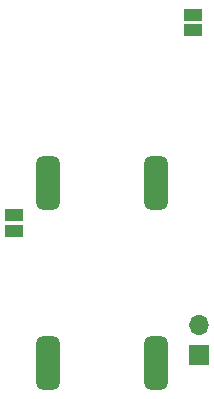
<source format=gbs>
%TF.GenerationSoftware,KiCad,Pcbnew,(6.0.0)*%
%TF.CreationDate,2022-02-01T12:30:33+01:00*%
%TF.ProjectId,RGBW-Controller,52474257-2d43-46f6-9e74-726f6c6c6572,rev?*%
%TF.SameCoordinates,Original*%
%TF.FileFunction,Soldermask,Bot*%
%TF.FilePolarity,Negative*%
%FSLAX46Y46*%
G04 Gerber Fmt 4.6, Leading zero omitted, Abs format (unit mm)*
G04 Created by KiCad (PCBNEW (6.0.0)) date 2022-02-01 12:30:33*
%MOMM*%
%LPD*%
G01*
G04 APERTURE LIST*
G04 Aperture macros list*
%AMRoundRect*
0 Rectangle with rounded corners*
0 $1 Rounding radius*
0 $2 $3 $4 $5 $6 $7 $8 $9 X,Y pos of 4 corners*
0 Add a 4 corners polygon primitive as box body*
4,1,4,$2,$3,$4,$5,$6,$7,$8,$9,$2,$3,0*
0 Add four circle primitives for the rounded corners*
1,1,$1+$1,$2,$3*
1,1,$1+$1,$4,$5*
1,1,$1+$1,$6,$7*
1,1,$1+$1,$8,$9*
0 Add four rect primitives between the rounded corners*
20,1,$1+$1,$2,$3,$4,$5,0*
20,1,$1+$1,$4,$5,$6,$7,0*
20,1,$1+$1,$6,$7,$8,$9,0*
20,1,$1+$1,$8,$9,$2,$3,0*%
G04 Aperture macros list end*
%ADD10R,1.700000X1.700000*%
%ADD11O,1.700000X1.700000*%
%ADD12RoundRect,0.500000X0.500000X-1.750000X0.500000X1.750000X-0.500000X1.750000X-0.500000X-1.750000X0*%
%ADD13R,1.500000X1.000000*%
G04 APERTURE END LIST*
D10*
%TO.C,J1*%
X144627600Y-89560400D03*
D11*
X144627600Y-87020400D03*
%TD*%
D12*
%TO.C,mini360*%
X131826000Y-90220800D03*
X140970000Y-90220800D03*
X131826000Y-74980800D03*
X140970000Y-74980800D03*
%TD*%
D13*
%TO.C,JP2*%
X128930400Y-77734400D03*
X128930400Y-79034400D03*
%TD*%
%TO.C,JP1*%
X144119600Y-62067200D03*
X144119600Y-60767200D03*
%TD*%
M02*

</source>
